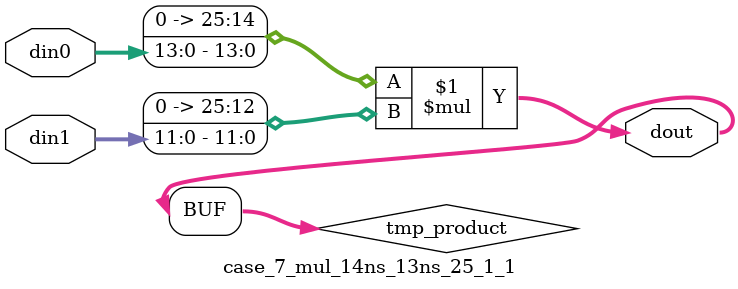
<source format=v>

`timescale 1 ns / 1 ps

 (* use_dsp = "no" *)  module case_7_mul_14ns_13ns_25_1_1(din0, din1, dout);
parameter ID = 1;
parameter NUM_STAGE = 0;
parameter din0_WIDTH = 14;
parameter din1_WIDTH = 12;
parameter dout_WIDTH = 26;

input [din0_WIDTH - 1 : 0] din0; 
input [din1_WIDTH - 1 : 0] din1; 
output [dout_WIDTH - 1 : 0] dout;

wire signed [dout_WIDTH - 1 : 0] tmp_product;
























assign tmp_product = $signed({1'b0, din0}) * $signed({1'b0, din1});











assign dout = tmp_product;





















endmodule

</source>
